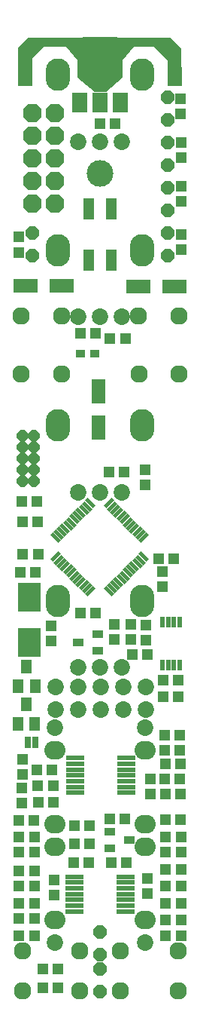
<source format=gts>
G04 DipTrace 3.3.0.0*
G04 uPeaks_exp04.GTS*
%MOIN*%
G04 #@! TF.FileFunction,Soldermask,Top*
G04 #@! TF.Part,Single*
%AMOUTLINE1*
4,1,8,
0.010362,-0.025016,
0.025016,-0.010362,
0.025016,0.010362,
0.010362,0.025016,
-0.010362,0.025016,
-0.025016,0.010362,
-0.025016,-0.010362,
-0.010362,-0.025016,
0.010362,-0.025016,
0*%
%AMOUTLINE4*
4,1,8,
-0.016989,0.041016,
-0.041016,0.016989,
-0.041016,-0.016989,
-0.016989,-0.041016,
0.016989,-0.041016,
0.041016,-0.016989,
0.041016,0.016989,
0.016989,0.041016,
-0.016989,0.041016,
0*%
%AMOUTLINE7*
4,1,8,
-0.012432,-0.030016,
-0.030016,-0.012432,
-0.030016,0.012432,
-0.012432,0.030016,
0.012432,0.030016,
0.030016,0.012432,
0.030016,-0.012432,
0.012432,-0.030016,
-0.012432,-0.030016,
0*%
%AMOUTLINE10*
4,1,8,
0.012432,0.030016,
0.030016,0.012432,
0.030016,-0.012432,
0.012432,-0.030016,
-0.012432,-0.030016,
-0.030016,-0.012432,
-0.030016,0.012432,
-0.012432,0.030016,
0.012432,0.030016,
0*%
%AMOUTLINE12*
4,1,4,
-0.0125,-0.025,
0.0125,-0.025,
0.0125,0.025,
-0.0125,0.025,
-0.0125,-0.025,
0*%
%AMOUTLINE14*
4,1,4,
-0.010385,-0.023135,
-0.023135,-0.010385,
0.010385,0.023135,
0.023135,0.010385,
-0.010385,-0.023135,
0*%
%AMOUTLINE17*
4,1,4,
0.010385,-0.023135,
-0.023135,0.010385,
-0.010385,0.023135,
0.023135,-0.010385,
0.010385,-0.023135,
0*%
%ADD47C,0.11811*%
%ADD58R,0.078898X0.02378*%
%ADD60C,0.077031*%
%ADD62O,0.108031X0.143031*%
%ADD64R,0.047402X0.06315*%
%ADD66R,0.10252X0.126142*%
%ADD68R,0.041496X0.035591*%
%ADD70C,0.073031*%
%ADD72O,0.093031X0.083031*%
%ADD74C,0.072992*%
%ADD76R,0.024173X0.048189*%
%ADD78R,0.047402X0.035591*%
%ADD80R,0.158031X0.087031*%
%ADD82R,0.067031X0.087031*%
%ADD84R,0.047402X0.094646*%
%ADD86R,0.047402X0.051339*%
%ADD88R,0.06315X0.110394*%
%ADD90R,0.051339X0.047402*%
%ADD92R,0.110394X0.06315*%
%ADD101OUTLINE1*%
%ADD104OUTLINE4*%
%ADD107OUTLINE7*%
%ADD110OUTLINE10*%
%ADD112OUTLINE12*%
%ADD114OUTLINE14*%
%ADD117OUTLINE17*%
%FSLAX26Y26*%
G04*
G70*
G90*
G75*
G01*
G04 TopMask*
%LPD*%
D92*
X1121858Y3556861D3*
X960441D3*
X460856Y3560888D3*
X622273D3*
D90*
X792009Y4278999D3*
X858938D3*
D88*
X785449Y2933415D3*
Y3094832D3*
D90*
X705483Y2112949D3*
X772412D3*
D86*
X573255Y1992427D3*
Y2059356D3*
D90*
X437454Y2293428D3*
X504383D3*
X830661Y2736932D3*
X897591D3*
X516163Y2375449D3*
X449234D3*
X1051378Y2353079D3*
X1118307D3*
X933688Y1931791D3*
X1000617D3*
D86*
X993500Y1995760D3*
Y2062689D3*
X926385Y1997580D3*
Y2064509D3*
D90*
X1149627Y756700D3*
X1082698D3*
Y906700D3*
X1149627D3*
X582814Y1352163D3*
X515885D3*
X1149627Y1056700D3*
X1082698D3*
X678461Y1175938D3*
X745390D3*
X432698Y762949D3*
X499627D3*
Y906700D3*
X432698D3*
D86*
X587680Y868553D3*
Y935482D3*
D90*
X743161Y1094793D3*
X676232D3*
X432698Y1056700D3*
X499627D3*
D86*
X1000752Y940018D3*
Y873089D3*
D84*
X740623Y3674723D3*
X840623D3*
Y3899526D3*
X740623D3*
D82*
X702163Y4370200D3*
X792163D3*
X882163D3*
D80*
X791163Y4618200D3*
D78*
X695476Y1983776D3*
X782091Y2021177D3*
Y1946374D3*
D76*
X1067818Y1885891D3*
X1093408D3*
X1118999D3*
X1144589D3*
Y2074867D3*
X1118999D3*
X1093408D3*
X1067818D3*
D90*
X835934Y3326988D3*
X902864D3*
X703538Y3350025D3*
X770467D3*
X1145227Y1574139D3*
X1078298D3*
X1145669Y1381501D3*
X1078740D3*
D74*
X692904Y1788618D3*
X592904Y1688618D3*
Y1788618D3*
X692904Y1688618D3*
X792904D3*
Y1788618D3*
X892904Y1688618D3*
Y1788618D3*
X992904Y1688618D3*
Y1788618D3*
D78*
X919916Y1110953D3*
X833302Y1073551D3*
Y1148354D3*
D72*
X991163Y1506200D3*
Y1181200D3*
D70*
Y1606200D3*
D72*
X591163Y1506200D3*
Y1181200D3*
D70*
Y1606200D3*
D72*
X991163Y757200D3*
Y1082200D3*
D70*
Y657200D3*
D72*
X591163Y757200D3*
Y1082200D3*
D70*
Y657200D3*
D101*
X447627Y2897224D3*
X497626D3*
X447627Y2847224D3*
X497626D3*
X447627Y2797224D3*
X497626D3*
X447627Y2747224D3*
X497626D3*
X447627Y2697224D3*
X497626D3*
D104*
X589848Y3925650D3*
X489848D3*
X589848Y4025650D3*
X489848D3*
X589848Y4125650D3*
X489848D3*
X589848Y4225650D3*
X489848D3*
X589848Y4325650D3*
X489848D3*
D68*
X766163Y3262571D3*
X703171D3*
D107*
X491163Y3794199D3*
Y3694199D3*
X1091163Y4394199D3*
Y4294199D3*
Y4194199D3*
Y4094199D3*
Y3994199D3*
Y3894199D3*
Y3794199D3*
Y3694199D3*
D110*
X791163Y442058D3*
Y542058D3*
Y602860D3*
Y702860D3*
D66*
X477130Y1985249D3*
Y2184877D3*
D64*
X465551Y1878009D3*
X502953Y1791395D3*
X428150D3*
X463706Y1710730D3*
X501108Y1624116D3*
X426304D3*
D70*
X889163Y4199200D3*
X791163Y4198924D3*
X693163Y4199200D3*
D62*
X604163Y4494200D3*
X978163D3*
D86*
X432039Y3776168D3*
Y3709239D3*
D90*
X445528Y2608726D3*
X512457D3*
D86*
X1147677Y4388741D3*
Y4321812D3*
D70*
X889163Y3424200D3*
X791163Y3423924D3*
X693163Y3424200D3*
D62*
X604163Y3719200D3*
X978163D3*
D86*
X1152315Y4195059D3*
Y4128130D3*
Y4000449D3*
Y3933520D3*
Y3787949D3*
Y3721020D3*
X854142Y2063281D3*
Y1996352D3*
D90*
X604741Y541155D3*
X537812D3*
D70*
X889163Y2649200D3*
X791163Y2648924D3*
X693163Y2649200D3*
D62*
X604163Y2944200D3*
X978163D3*
D90*
X1138892Y1742966D3*
X1071963D3*
X448248Y2519293D3*
X515177D3*
X1082698Y831700D3*
X1149627D3*
X1082074Y1200852D3*
X1149003D3*
D86*
X1066163Y2231700D3*
Y2298629D3*
D90*
X1149627Y687950D3*
X1082698D3*
Y981700D3*
X1149627D3*
X908551Y1011293D3*
X841622D3*
X1082698Y1125449D3*
X1149627D3*
D70*
X889163Y1874200D3*
X791163Y1873924D3*
X693163Y1874200D3*
D62*
X604163Y2169200D3*
X978163D3*
D90*
X1071702Y1817047D3*
X1138631D3*
X604325Y458032D3*
X537396D3*
X499627Y831700D3*
X432698D3*
X834349Y1204871D3*
X901278D3*
X432698Y687950D3*
X499627D3*
X498978Y1196142D3*
X432049D3*
D86*
X991163Y2681700D3*
Y2748629D3*
D90*
X499627Y975449D3*
X432698D3*
X675037Y1011549D3*
X741966D3*
X499627Y1125449D3*
X432698D3*
D112*
X505325Y1540290D3*
X471861D3*
D60*
X442290Y3426306D3*
X619457Y3426598D3*
X619878Y3170693D3*
X442295Y3170352D3*
X1140035Y3170673D3*
X962869Y3170381D3*
X962448Y3426286D3*
X1140030Y3426627D3*
X1136424Y622308D3*
X1136717Y445142D3*
X880811Y444721D3*
X880470Y622303D3*
X702095Y621693D3*
X702387Y444526D3*
X446482Y444105D3*
X446140Y621688D3*
D114*
X594274Y2362870D3*
X608193Y2348951D3*
X622113Y2335032D3*
X636032Y2321112D3*
X649951Y2307193D3*
X663871Y2293273D3*
X677790Y2279354D3*
X691710Y2265434D3*
X705629Y2251514D3*
X719549Y2237596D3*
X733469Y2223676D3*
X747387Y2209757D3*
D117*
X830904D3*
X844823Y2223676D3*
X858743Y2237596D3*
X872663Y2251514D3*
X886581Y2265434D3*
X900501Y2279354D3*
X914420Y2293273D3*
X928340Y2307193D3*
X942260Y2321112D3*
X956179Y2335032D3*
X970098Y2348951D3*
X984017Y2362870D3*
D114*
Y2446387D3*
X970098Y2460306D3*
X956179Y2474226D3*
X942260Y2488146D3*
X928340Y2502064D3*
X914420Y2515984D3*
X900501Y2529903D3*
X886581Y2543823D3*
X872663Y2557743D3*
X858743Y2571661D3*
X844823Y2585581D3*
X830904Y2599500D3*
D117*
X747387D3*
X733469Y2585581D3*
X719549Y2571661D3*
X705629Y2557743D3*
X691710Y2543823D3*
X677790Y2529903D3*
X663871Y2515984D3*
X649951Y2502064D3*
X636032Y2488146D3*
X622113Y2474226D3*
X608193Y2460306D3*
X594274Y2446387D3*
D58*
X679883Y1473723D3*
Y1448133D3*
Y1422542D3*
Y1396951D3*
Y1371361D3*
Y1345770D3*
X679891Y1320180D3*
X908230D3*
Y1345770D3*
Y1371361D3*
Y1396951D3*
Y1422542D3*
Y1448133D3*
Y1473723D3*
D90*
X516870Y1278781D3*
X583799D3*
X1080921Y1313739D3*
X1147850D3*
X512294Y1421660D3*
X579223D3*
X1079469Y1448310D3*
X1146398D3*
D58*
X677378Y948574D3*
Y922983D3*
Y897392D3*
Y871802D3*
Y846211D3*
Y820621D3*
X677386Y795030D3*
X905724D3*
Y820621D3*
Y846211D3*
Y871802D3*
Y897392D3*
Y922983D3*
Y948574D3*
D86*
X446882Y1401799D3*
Y1468728D3*
X444997Y1340021D3*
Y1273092D3*
X1013074Y1381453D3*
Y1314524D3*
D90*
X1145182Y1509403D3*
X1078253D3*
D47*
X791163Y4056700D3*
G36*
X491163Y4444200D2*
X428663D1*
X427888Y4615286D1*
X469769Y4656925D1*
X1105033Y4657028D1*
X1152349Y4609492D1*
X1153663Y4444200D1*
X1091163D1*
Y4556700D1*
X1028663Y4619200D1*
X941163D1*
X891163Y4556700D1*
Y4481700D1*
X816163Y4419200D1*
X766163D1*
X691163Y4481700D1*
Y4556700D1*
X641163Y4619200D1*
X541163D1*
X491163Y4569200D1*
Y4444200D1*
G37*
M02*

</source>
